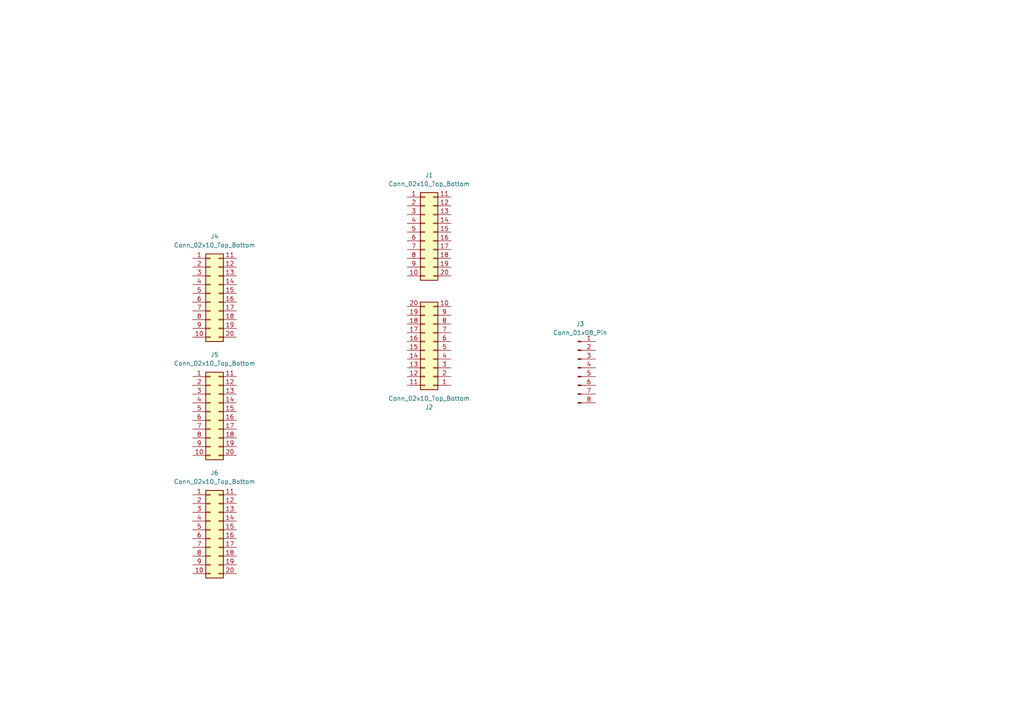
<source format=kicad_sch>
(kicad_sch (version 20231120) (generator "eeschema") (generator_version "8.0")
  (paper "A4")
  (lib_symbols
    (symbol "Connector:Conn_01x08_Pin" (pin_names (offset 1.016) hide)
      (property "Reference" "J" (at 0 10.16 0))
      (property "Value" "Conn_01x08_Pin" (at 0 -12.7 0))
      (symbol "Conn_01x08_Pin_1_1"
        (polyline (pts (xy 1.27 -10.16) (xy 0.8636 -10.16)) (stroke (width 0.1524)))
        (polyline (pts (xy 1.27 -7.62) (xy 0.8636 -7.62)) (stroke (width 0.1524)))
        (polyline (pts (xy 1.27 -5.08) (xy 0.8636 -5.08)) (stroke (width 0.1524)))
        (polyline (pts (xy 1.27 -2.54) (xy 0.8636 -2.54)) (stroke (width 0.1524)))
        (polyline (pts (xy 1.27 0) (xy 0.8636 0)) (stroke (width 0.1524)))
        (polyline (pts (xy 1.27 2.54) (xy 0.8636 2.54)) (stroke (width 0.1524)))
        (polyline (pts (xy 1.27 5.08) (xy 0.8636 5.08)) (stroke (width 0.1524)))
        (polyline (pts (xy 1.27 7.62) (xy 0.8636 7.62)) (stroke (width 0.1524)))
        (rectangle (start 0.8636 -10.033) (end 0 -10.287) (stroke (width 0.1524)) (fill (type outline)))
        (rectangle (start 0.8636 -7.493) (end 0 -7.747) (stroke (width 0.1524)) (fill (type outline)))
        (rectangle (start 0.8636 -4.953) (end 0 -5.207) (stroke (width 0.1524)) (fill (type outline)))
        (rectangle (start 0.8636 -2.413) (end 0 -2.667) (stroke (width 0.1524)) (fill (type outline)))
        (rectangle (start 0.8636 0.127) (end 0 -0.127) (stroke (width 0.1524)) (fill (type outline)))
        (rectangle (start 0.8636 2.667) (end 0 2.413) (stroke (width 0.1524)) (fill (type outline)))
        (rectangle (start 0.8636 5.207) (end 0 4.953) (stroke (width 0.1524)) (fill (type outline)))
        (rectangle (start 0.8636 7.747) (end 0 7.493) (stroke (width 0.1524)) (fill (type outline)))
        (pin passive line (at 5.08 7.62 180) (length 3.81) (name "Pin_1") (number "1"))
        (pin passive line (at 5.08 5.08 180) (length 3.81) (name "Pin_2") (number "2"))
        (pin passive line (at 5.08 2.54 180) (length 3.81) (name "Pin_3") (number "3"))
        (pin passive line (at 5.08 0 180) (length 3.81) (name "Pin_4") (number "4"))
        (pin passive line (at 5.08 -2.54 180) (length 3.81) (name "Pin_5") (number "5"))
        (pin passive line (at 5.08 -5.08 180) (length 3.81) (name "Pin_6") (number "6"))
        (pin passive line (at 5.08 -7.62 180) (length 3.81) (name "Pin_7") (number "7"))
        (pin passive line (at 5.08 -10.16 180) (length 3.81) (name "Pin_8") (number "8"))
      )
    )
    (symbol "Connector_Generic:Conn_02x10_Top_Bottom" (pin_names (offset 1.016) hide)
      (property "Reference" "J" (at 1.27 12.7 0))
      (property "Value" "Conn_02x10_Top_Bottom" (at 1.27 -15.24 0))
      (symbol "Conn_02x10_Top_Bottom_1_1"
        (rectangle (start -1.27 -12.573) (end 0 -12.827) (stroke (width 0.1524)))
        (rectangle (start -1.27 -10.033) (end 0 -10.287) (stroke (width 0.1524)))
        (rectangle (start -1.27 -7.493) (end 0 -7.747) (stroke (width 0.1524)))
        (rectangle (start -1.27 -4.953) (end 0 -5.207) (stroke (width 0.1524)))
        (rectangle (start -1.27 -2.413) (end 0 -2.667) (stroke (width 0.1524)))
        (rectangle (start -1.27 0.127) (end 0 -0.127) (stroke (width 0.1524)))
        (rectangle (start -1.27 2.667) (end 0 2.413) (stroke (width 0.1524)))
        (rectangle (start -1.27 5.207) (end 0 4.953) (stroke (width 0.1524)))
        (rectangle (start -1.27 7.747) (end 0 7.493) (stroke (width 0.1524)))
        (rectangle (start -1.27 10.287) (end 0 10.033) (stroke (width 0.1524)))
        (rectangle (start -1.27 11.43) (end 3.81 -13.97) (stroke (width 0.254)) (fill (type background)))
        (rectangle (start 3.81 -12.573) (end 2.54 -12.827) (stroke (width 0.1524)))
        (rectangle (start 3.81 -10.033) (end 2.54 -10.287) (stroke (width 0.1524)))
        (rectangle (start 3.81 -7.493) (end 2.54 -7.747) (stroke (width 0.1524)))
        (rectangle (start 3.81 -4.953) (end 2.54 -5.207) (stroke (width 0.1524)))
        (rectangle (start 3.81 -2.413) (end 2.54 -2.667) (stroke (width 0.1524)))
        (rectangle (start 3.81 0.127) (end 2.54 -0.127) (stroke (width 0.1524)))
        (rectangle (start 3.81 2.667) (end 2.54 2.413) (stroke (width 0.1524)))
        (rectangle (start 3.81 5.207) (end 2.54 4.953) (stroke (width 0.1524)))
        (rectangle (start 3.81 7.747) (end 2.54 7.493) (stroke (width 0.1524)))
        (rectangle (start 3.81 10.287) (end 2.54 10.033) (stroke (width 0.1524)))
        (pin passive line (at -5.08 10.16 0) (length 3.81) (name "Pin_1") (number "1"))
        (pin passive line (at -5.08 -12.7 0) (length 3.81) (name "Pin_10") (number "10"))
        (pin passive line (at 7.62 10.16 180) (length 3.81) (name "Pin_11") (number "11"))
        (pin passive line (at 7.62 7.62 180) (length 3.81) (name "Pin_12") (number "12"))
        (pin passive line (at 7.62 5.08 180) (length 3.81) (name "Pin_13") (number "13"))
        (pin passive line (at 7.62 2.54 180) (length 3.81) (name "Pin_14") (number "14"))
        (pin passive line (at 7.62 0 180) (length 3.81) (name "Pin_15") (number "15"))
        (pin passive line (at 7.62 -2.54 180) (length 3.81) (name "Pin_16") (number "16"))
        (pin passive line (at 7.62 -5.08 180) (length 3.81) (name "Pin_17") (number "17"))
        (pin passive line (at 7.62 -7.62 180) (length 3.81) (name "Pin_18") (number "18"))
        (pin passive line (at 7.62 -10.16 180) (length 3.81) (name "Pin_19") (number "19"))
        (pin passive line (at -5.08 7.62 0) (length 3.81) (name "Pin_2") (number "2"))
        (pin passive line (at 7.62 -12.7 180) (length 3.81) (name "Pin_20") (number "20"))
        (pin passive line (at -5.08 5.08 0) (length 3.81) (name "Pin_3") (number "3"))
        (pin passive line (at -5.08 2.54 0) (length 3.81) (name "Pin_4") (number "4"))
        (pin passive line (at -5.08 0 0) (length 3.81) (name "Pin_5") (number "5"))
        (pin passive line (at -5.08 -2.54 0) (length 3.81) (name "Pin_6") (number "6"))
        (pin passive line (at -5.08 -5.08 0) (length 3.81) (name "Pin_7") (number "7"))
        (pin passive line (at -5.08 -7.62 0) (length 3.81) (name "Pin_8") (number "8"))
        (pin passive line (at -5.08 -10.16 0) (length 3.81) (name "Pin_9") (number "9"))
      )
    )
  )
  (symbol (lib_id "Connector_Generic:Conn_02x10_Top_Bottom") (at 60.96 85.09 0) (unit 1)
    (property "Reference" "J4" (at 62.23 68.58 0))
    (property "Value" "Conn_02x10_Top_Bottom" (at 62.23 71.12 0))
    (property "Footprint" "Connector_PinHeader_1.27mm:PinHeader_2x10_P1.27mm_Vertical_SMD" (effects (hide yes)))
    (property "Description" "Generic connector, double row, 02x10, top/bottom pin numbering scheme (row 1: 1...pins_per_row, row2: pins_per_row+1 ... num_pins), script generated (kicad-library-utils/schlib/autogen/connector/)" (effects (hide yes)))
  )
  (symbol (lib_id "Connector:Conn_01x08_Pin") (at 167.64 106.68 0) (unit 1)
    (property "Reference" "J3" (at 168.275 93.98 0))
    (property "Value" "Conn_01x08_Pin" (at 168.275 96.52 0))
    (property "Footprint" "Connector_PinHeader_1.27mm:PinHeader_1x08_P1.27mm_Vertical" (effects (hide yes)))
    (property "Description" "Generic connector, single row, 01x08, script generated" (effects (hide yes)))
  )
  (symbol (lib_id "Connector_Generic:Conn_02x10_Top_Bottom") (at 60.96 119.38 0) (unit 1)
    (property "Reference" "J5" (at 62.23 102.87 0))
    (property "Value" "Conn_02x10_Top_Bottom" (at 62.23 105.41 0))
    (property "Footprint" "Connector_PinHeader_1.27mm:PinHeader_2x10_P1.27mm_Vertical_SMD" (effects (hide yes)))
    (property "Description" "Generic connector, double row, 02x10, top/bottom pin numbering scheme (row 1: 1...pins_per_row, row2: pins_per_row+1 ... num_pins), script generated (kicad-library-utils/schlib/autogen/connector/)" (effects (hide yes)))
  )
  (symbol (lib_id "Connector_Generic:Conn_02x10_Top_Bottom") (at 123.19 67.31 0) (unit 1)
    (property "Reference" "J1" (at 124.46 50.8 0))
    (property "Value" "Conn_02x10_Top_Bottom" (at 124.46 53.34 0))
    (property "Footprint" "Connector_PinHeader_1.27mm:PinHeader_2x10_P1.27mm_Vertical_SMD" (effects (hide yes)))
    (property "Description" "Generic connector, double row, 02x10, top/bottom pin numbering scheme (row 1: 1...pins_per_row, row2: pins_per_row+1 ... num_pins), script generated (kicad-library-utils/schlib/autogen/connector/)" (effects (hide yes)))
  )
  (symbol (lib_id "Connector_Generic:Conn_02x10_Top_Bottom") (at 125.73 101.6 180) (unit 1)
    (property "Reference" "J2" (at 124.46 118.11 0))
    (property "Value" "Conn_02x10_Top_Bottom" (at 124.46 115.57 0))
    (property "Footprint" "Connector_PinHeader_1.27mm:PinHeader_2x10_P1.27mm_Vertical_SMD" (effects (hide yes)))
    (property "Description" "Generic connector, double row, 02x10, top/bottom pin numbering scheme (row 1: 1...pins_per_row, row2: pins_per_row+1 ... num_pins), script generated (kicad-library-utils/schlib/autogen/connector/)" (effects (hide yes)))
  )
  (symbol (lib_id "Connector_Generic:Conn_02x10_Top_Bottom") (at 60.96 153.67 0) (unit 1)
    (property "Reference" "J6" (at 62.23 137.16 0))
    (property "Value" "Conn_02x10_Top_Bottom" (at 62.23 139.7 0))
    (property "Footprint" "Connector_PinHeader_1.27mm:PinHeader_2x10_P1.27mm_Vertical_SMD" (effects (hide yes)))
    (property "Description" "Generic connector, double row, 02x10, top/bottom pin numbering scheme (row 1: 1...pins_per_row, row2: pins_per_row+1 ... num_pins), script generated (kicad-library-utils/schlib/autogen/connector/)" (effects (hide yes)))
  )
)
</source>
